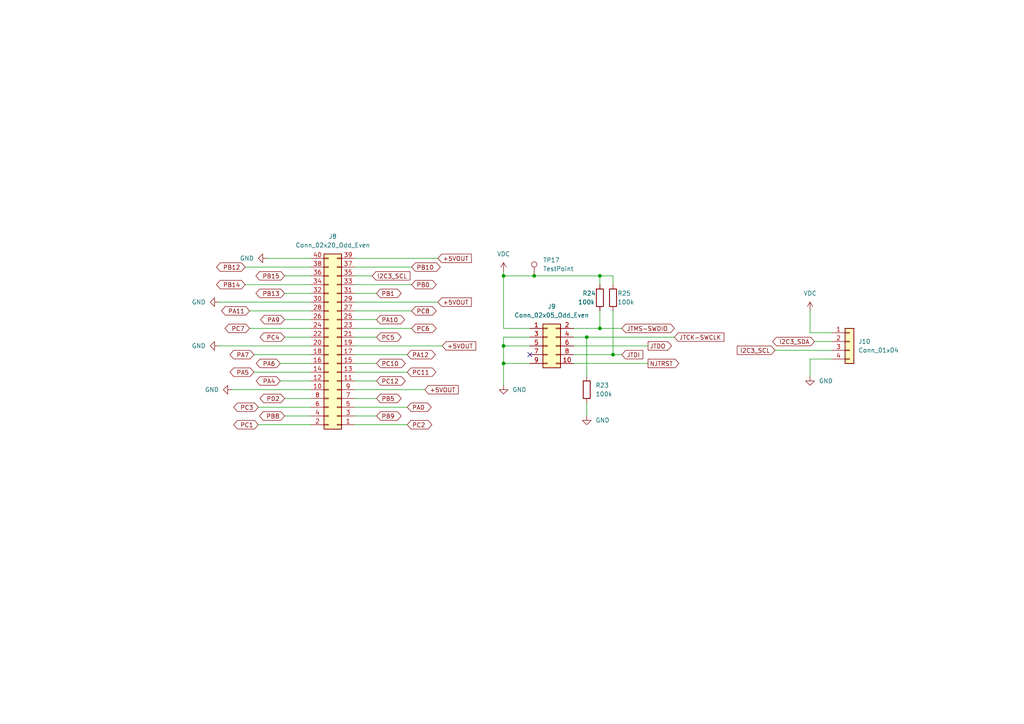
<source format=kicad_sch>
(kicad_sch (version 20211123) (generator eeschema)
  (paper "A4")
  (lib_symbols
    (symbol "Connector:TestPoint" (pin_numbers hide) (pin_names (offset 0.762) hide)
      (property "Reference" "TP" (at 0 6.858 0))
      (property "Value" "TestPoint" (at 0 5.08 0))
      (symbol "TestPoint_0_1"
        (circle (center 0 3.302) (radius 0.762))
      )
      (symbol "TestPoint_1_1"
        (pin passive line (at 0 0 90) (length 2.54) (name "1") (number "1"))
      )
    )
    (symbol "Connector_Generic:Conn_01x04" (pin_names (offset 1.016) hide)
      (property "Reference" "J" (at 0 5.08 0))
      (property "Value" "Conn_01x04" (at 0 -7.62 0))
      (symbol "Conn_01x04_1_1"
        (rectangle (start -1.27 -4.953) (end 0 -5.207) (stroke (width 0.1524)))
        (rectangle (start -1.27 -2.413) (end 0 -2.667) (stroke (width 0.1524)))
        (rectangle (start -1.27 0.127) (end 0 -0.127) (stroke (width 0.1524)))
        (rectangle (start -1.27 2.667) (end 0 2.413) (stroke (width 0.1524)))
        (rectangle (start -1.27 3.81) (end 1.27 -6.35) (stroke (width 0.254)) (fill (type background)))
        (pin passive line (at -5.08 2.54 0) (length 3.81) (name "Pin_1") (number "1"))
        (pin passive line (at -5.08 0 0) (length 3.81) (name "Pin_2") (number "2"))
        (pin passive line (at -5.08 -2.54 0) (length 3.81) (name "Pin_3") (number "3"))
        (pin passive line (at -5.08 -5.08 0) (length 3.81) (name "Pin_4") (number "4"))
      )
    )
    (symbol "Connector_Generic:Conn_02x05_Odd_Even" (pin_names (offset 1.016) hide)
      (property "Reference" "J" (at 1.27 7.62 0))
      (property "Value" "Conn_02x05_Odd_Even" (at 1.27 -7.62 0))
      (symbol "Conn_02x05_Odd_Even_1_1"
        (rectangle (start -1.27 -4.953) (end 0 -5.207) (stroke (width 0.1524)))
        (rectangle (start -1.27 -2.413) (end 0 -2.667) (stroke (width 0.1524)))
        (rectangle (start -1.27 0.127) (end 0 -0.127) (stroke (width 0.1524)))
        (rectangle (start -1.27 2.667) (end 0 2.413) (stroke (width 0.1524)))
        (rectangle (start -1.27 5.207) (end 0 4.953) (stroke (width 0.1524)))
        (rectangle (start -1.27 6.35) (end 3.81 -6.35) (stroke (width 0.254)) (fill (type background)))
        (rectangle (start 3.81 -4.953) (end 2.54 -5.207) (stroke (width 0.1524)))
        (rectangle (start 3.81 -2.413) (end 2.54 -2.667) (stroke (width 0.1524)))
        (rectangle (start 3.81 0.127) (end 2.54 -0.127) (stroke (width 0.1524)))
        (rectangle (start 3.81 2.667) (end 2.54 2.413) (stroke (width 0.1524)))
        (rectangle (start 3.81 5.207) (end 2.54 4.953) (stroke (width 0.1524)))
        (pin passive line (at -5.08 5.08 0) (length 3.81) (name "Pin_1") (number "1"))
        (pin passive line (at 7.62 -5.08 180) (length 3.81) (name "Pin_10") (number "10"))
        (pin passive line (at 7.62 5.08 180) (length 3.81) (name "Pin_2") (number "2"))
        (pin passive line (at -5.08 2.54 0) (length 3.81) (name "Pin_3") (number "3"))
        (pin passive line (at 7.62 2.54 180) (length 3.81) (name "Pin_4") (number "4"))
        (pin passive line (at -5.08 0 0) (length 3.81) (name "Pin_5") (number "5"))
        (pin passive line (at 7.62 0 180) (length 3.81) (name "Pin_6") (number "6"))
        (pin passive line (at -5.08 -2.54 0) (length 3.81) (name "Pin_7") (number "7"))
        (pin passive line (at 7.62 -2.54 180) (length 3.81) (name "Pin_8") (number "8"))
        (pin passive line (at -5.08 -5.08 0) (length 3.81) (name "Pin_9") (number "9"))
      )
    )
    (symbol "Connector_Generic:Conn_02x20_Odd_Even" (pin_names (offset 1.016) hide)
      (property "Reference" "J" (at 1.27 25.4 0))
      (property "Value" "Conn_02x20_Odd_Even" (at 1.27 -27.94 0))
      (symbol "Conn_02x20_Odd_Even_1_1"
        (rectangle (start -1.27 -25.273) (end 0 -25.527) (stroke (width 0.1524)))
        (rectangle (start -1.27 -22.733) (end 0 -22.987) (stroke (width 0.1524)))
        (rectangle (start -1.27 -20.193) (end 0 -20.447) (stroke (width 0.1524)))
        (rectangle (start -1.27 -17.653) (end 0 -17.907) (stroke (width 0.1524)))
        (rectangle (start -1.27 -15.113) (end 0 -15.367) (stroke (width 0.1524)))
        (rectangle (start -1.27 -12.573) (end 0 -12.827) (stroke (width 0.1524)))
        (rectangle (start -1.27 -10.033) (end 0 -10.287) (stroke (width 0.1524)))
        (rectangle (start -1.27 -7.493) (end 0 -7.747) (stroke (width 0.1524)))
        (rectangle (start -1.27 -4.953) (end 0 -5.207) (stroke (width 0.1524)))
        (rectangle (start -1.27 -2.413) (end 0 -2.667) (stroke (width 0.1524)))
        (rectangle (start -1.27 0.127) (end 0 -0.127) (stroke (width 0.1524)))
        (rectangle (start -1.27 2.667) (end 0 2.413) (stroke (width 0.1524)))
        (rectangle (start -1.27 5.207) (end 0 4.953) (stroke (width 0.1524)))
        (rectangle (start -1.27 7.747) (end 0 7.493) (stroke (width 0.1524)))
        (rectangle (start -1.27 10.287) (end 0 10.033) (stroke (width 0.1524)))
        (rectangle (start -1.27 12.827) (end 0 12.573) (stroke (width 0.1524)))
        (rectangle (start -1.27 15.367) (end 0 15.113) (stroke (width 0.1524)))
        (rectangle (start -1.27 17.907) (end 0 17.653) (stroke (width 0.1524)))
        (rectangle (start -1.27 20.447) (end 0 20.193) (stroke (width 0.1524)))
        (rectangle (start -1.27 22.987) (end 0 22.733) (stroke (width 0.1524)))
        (rectangle (start -1.27 24.13) (end 3.81 -26.67) (stroke (width 0.254)) (fill (type background)))
        (rectangle (start 3.81 -25.273) (end 2.54 -25.527) (stroke (width 0.1524)))
        (rectangle (start 3.81 -22.733) (end 2.54 -22.987) (stroke (width 0.1524)))
        (rectangle (start 3.81 -20.193) (end 2.54 -20.447) (stroke (width 0.1524)))
        (rectangle (start 3.81 -17.653) (end 2.54 -17.907) (stroke (width 0.1524)))
        (rectangle (start 3.81 -15.113) (end 2.54 -15.367) (stroke (width 0.1524)))
        (rectangle (start 3.81 -12.573) (end 2.54 -12.827) (stroke (width 0.1524)))
        (rectangle (start 3.81 -10.033) (end 2.54 -10.287) (stroke (width 0.1524)))
        (rectangle (start 3.81 -7.493) (end 2.54 -7.747) (stroke (width 0.1524)))
        (rectangle (start 3.81 -4.953) (end 2.54 -5.207) (stroke (width 0.1524)))
        (rectangle (start 3.81 -2.413) (end 2.54 -2.667) (stroke (width 0.1524)))
        (rectangle (start 3.81 0.127) (end 2.54 -0.127) (stroke (width 0.1524)))
        (rectangle (start 3.81 2.667) (end 2.54 2.413) (stroke (width 0.1524)))
        (rectangle (start 3.81 5.207) (end 2.54 4.953) (stroke (width 0.1524)))
        (rectangle (start 3.81 7.747) (end 2.54 7.493) (stroke (width 0.1524)))
        (rectangle (start 3.81 10.287) (end 2.54 10.033) (stroke (width 0.1524)))
        (rectangle (start 3.81 12.827) (end 2.54 12.573) (stroke (width 0.1524)))
        (rectangle (start 3.81 15.367) (end 2.54 15.113) (stroke (width 0.1524)))
        (rectangle (start 3.81 17.907) (end 2.54 17.653) (stroke (width 0.1524)))
        (rectangle (start 3.81 20.447) (end 2.54 20.193) (stroke (width 0.1524)))
        (rectangle (start 3.81 22.987) (end 2.54 22.733) (stroke (width 0.1524)))
        (pin passive line (at -5.08 22.86 0) (length 3.81) (name "Pin_1") (number "1"))
        (pin passive line (at 7.62 12.7 180) (length 3.81) (name "Pin_10") (number "10"))
        (pin passive line (at -5.08 10.16 0) (length 3.81) (name "Pin_11") (number "11"))
        (pin passive line (at 7.62 10.16 180) (length 3.81) (name "Pin_12") (number "12"))
        (pin passive line (at -5.08 7.62 0) (length 3.81) (name "Pin_13") (number "13"))
        (pin passive line (at 7.62 7.62 180) (length 3.81) (name "Pin_14") (number "14"))
        (pin passive line (at -5.08 5.08 0) (length 3.81) (name "Pin_15") (number "15"))
        (pin passive line (at 7.62 5.08 180) (length 3.81) (name "Pin_16") (number "16"))
        (pin passive line (at -5.08 2.54 0) (length 3.81) (name "Pin_17") (number "17"))
        (pin passive line (at 7.62 2.54 180) (length 3.81) (name "Pin_18") (number "18"))
        (pin passive line (at -5.08 0 0) (length 3.81) (name "Pin_19") (number "19"))
        (pin passive line (at 7.62 22.86 180) (length 3.81) (name "Pin_2") (number "2"))
        (pin passive line (at 7.62 0 180) (length 3.81) (name "Pin_20") (number "20"))
        (pin passive line (at -5.08 -2.54 0) (length 3.81) (name "Pin_21") (number "21"))
        (pin passive line (at 7.62 -2.54 180) (length 3.81) (name "Pin_22") (number "22"))
        (pin passive line (at -5.08 -5.08 0) (length 3.81) (name "Pin_23") (number "23"))
        (pin passive line (at 7.62 -5.08 180) (length 3.81) (name "Pin_24") (number "24"))
        (pin passive line (at -5.08 -7.62 0) (length 3.81) (name "Pin_25") (number "25"))
        (pin passive line (at 7.62 -7.62 180) (length 3.81) (name "Pin_26") (number "26"))
        (pin passive line (at -5.08 -10.16 0) (length 3.81) (name "Pin_27") (number "27"))
        (pin passive line (at 7.62 -10.16 180) (length 3.81) (name "Pin_28") (number "28"))
        (pin passive line (at -5.08 -12.7 0) (length 3.81) (name "Pin_29") (number "29"))
        (pin passive line (at -5.08 20.32 0) (length 3.81) (name "Pin_3") (number "3"))
        (pin passive line (at 7.62 -12.7 180) (length 3.81) (name "Pin_30") (number "30"))
        (pin passive line (at -5.08 -15.24 0) (length 3.81) (name "Pin_31") (number "31"))
        (pin passive line (at 7.62 -15.24 180) (length 3.81) (name "Pin_32") (number "32"))
        (pin passive line (at -5.08 -17.78 0) (length 3.81) (name "Pin_33") (number "33"))
        (pin passive line (at 7.62 -17.78 180) (length 3.81) (name "Pin_34") (number "34"))
        (pin passive line (at -5.08 -20.32 0) (length 3.81) (name "Pin_35") (number "35"))
        (pin passive line (at 7.62 -20.32 180) (length 3.81) (name "Pin_36") (number "36"))
        (pin passive line (at -5.08 -22.86 0) (length 3.81) (name "Pin_37") (number "37"))
        (pin passive line (at 7.62 -22.86 180) (length 3.81) (name "Pin_38") (number "38"))
        (pin passive line (at -5.08 -25.4 0) (length 3.81) (name "Pin_39") (number "39"))
        (pin passive line (at 7.62 20.32 180) (length 3.81) (name "Pin_4") (number "4"))
        (pin passive line (at 7.62 -25.4 180) (length 3.81) (name "Pin_40") (number "40"))
        (pin passive line (at -5.08 17.78 0) (length 3.81) (name "Pin_5") (number "5"))
        (pin passive line (at 7.62 17.78 180) (length 3.81) (name "Pin_6") (number "6"))
        (pin passive line (at -5.08 15.24 0) (length 3.81) (name "Pin_7") (number "7"))
        (pin passive line (at 7.62 15.24 180) (length 3.81) (name "Pin_8") (number "8"))
        (pin passive line (at -5.08 12.7 0) (length 3.81) (name "Pin_9") (number "9"))
      )
    )
    (symbol "Device:R" (pin_numbers hide) (pin_names (offset 0))
      (property "Reference" "R" (at 2.032 0 90))
      (property "Value" "R" (at 0 0 90))
      (symbol "R_0_1"
        (rectangle (start -1.016 -2.54) (end 1.016 2.54) (stroke (width 0.254)))
      )
      (symbol "R_1_1"
        (pin passive line (at 0 3.81 270) (length 1.27) (name "~") (number "1"))
        (pin passive line (at 0 -3.81 90) (length 1.27) (name "~") (number "2"))
      )
    )
    (symbol "power:GND" (power) (pin_names (offset 0))
      (property "Value" "GND" (at 0 -3.81 0))
      (symbol "GND_0_1"
        (polyline (pts (xy 0 0) (xy 0 -1.27) (xy 1.27 -1.27) (xy 0 -2.54) (xy -1.27 -1.27) (xy 0 -1.27)))
      )
      (symbol "GND_1_1"
        (pin power_in line (at 0 0 270) (length 0) hide (name "GND") (number "1"))
      )
    )
    (symbol "power:VDC" (power) (pin_names (offset 0))
      (property "Value" "VDC" (at 0 6.35 0))
      (symbol "VDC_0_1"
        (polyline (pts (xy -0.762 1.27) (xy 0 2.54)))
        (polyline (pts (xy 0 0) (xy 0 2.54)))
        (polyline (pts (xy 0 2.54) (xy 0.762 1.27)))
      )
      (symbol "VDC_1_1"
        (pin power_in line (at 0 0 90) (length 0) hide (name "VDC") (number "1"))
      )
    )
  )
  (junction (at 146.05 105.41))
  (junction (at 170.18 97.79))
  (junction (at 177.8 102.87))
  (junction (at 146.05 100.33))
  (junction (at 173.99 80.01))
  (junction (at 173.99 95.25))
  (junction (at 146.05 80.01))
  (junction (at 154.94 80.01))
  (no_connect (at 153.67 102.87))
  (wire (pts (xy 146.05 78.74) (xy 146.05 80.01)))
  (wire (pts (xy 102.87 85.09) (xy 109.22 85.09)))
  (wire (pts (xy 241.3 104.14) (xy 234.95 104.14)))
  (wire (pts (xy 102.87 77.47) (xy 119.38 77.47)))
  (wire (pts (xy 102.87 74.93) (xy 127 74.93)))
  (wire (pts (xy 74.93 123.19) (xy 90.17 123.19)))
  (wire (pts (xy 82.55 80.01) (xy 90.17 80.01)))
  (wire (pts (xy 177.8 102.87) (xy 180.34 102.87)))
  (wire (pts (xy 166.37 105.41) (xy 187.96 105.41)))
  (wire (pts (xy 102.87 97.79) (xy 109.22 97.79)))
  (wire (pts (xy 102.87 118.11) (xy 118.11 118.11)))
  (wire (pts (xy 236.22 99.06) (xy 241.3 99.06)))
  (wire (pts (xy 146.05 105.41) (xy 153.67 105.41)))
  (wire (pts (xy 102.87 80.01) (xy 107.95 80.01)))
  (wire (pts (xy 166.37 100.33) (xy 187.96 100.33)))
  (wire (pts (xy 82.55 92.71) (xy 90.17 92.71)))
  (wire (pts (xy 241.3 96.52) (xy 234.95 96.52)))
  (wire (pts (xy 82.55 115.57) (xy 90.17 115.57)))
  (wire (pts (xy 102.87 92.71) (xy 109.22 92.71)))
  (wire (pts (xy 71.12 82.55) (xy 90.17 82.55)))
  (wire (pts (xy 82.55 85.09) (xy 90.17 85.09)))
  (wire (pts (xy 170.18 97.79) (xy 195.58 97.79)))
  (wire (pts (xy 82.55 120.65) (xy 90.17 120.65)))
  (wire (pts (xy 72.39 95.25) (xy 90.17 95.25)))
  (wire (pts (xy 63.5 100.33) (xy 90.17 100.33)))
  (wire (pts (xy 102.87 107.95) (xy 118.11 107.95)))
  (wire (pts (xy 102.87 82.55) (xy 119.38 82.55)))
  (wire (pts (xy 82.55 97.79) (xy 90.17 97.79)))
  (wire (pts (xy 102.87 95.25) (xy 119.38 95.25)))
  (wire (pts (xy 102.87 100.33) (xy 128.27 100.33)))
  (wire (pts (xy 102.87 115.57) (xy 109.22 115.57)))
  (wire (pts (xy 81.28 110.49) (xy 90.17 110.49)))
  (wire (pts (xy 102.87 123.19) (xy 118.11 123.19)))
  (wire (pts (xy 170.18 116.84) (xy 170.18 120.65)))
  (wire (pts (xy 102.87 90.17) (xy 119.38 90.17)))
  (wire (pts (xy 153.67 97.79) (xy 146.05 97.79)))
  (wire (pts (xy 73.66 107.95) (xy 90.17 107.95)))
  (wire (pts (xy 102.87 87.63) (xy 127 87.63)))
  (wire (pts (xy 234.95 104.14) (xy 234.95 109.22)))
  (wire (pts (xy 173.99 80.01) (xy 154.94 80.01)))
  (wire (pts (xy 102.87 110.49) (xy 109.22 110.49)))
  (wire (pts (xy 102.87 105.41) (xy 109.22 105.41)))
  (wire (pts (xy 166.37 95.25) (xy 173.99 95.25)))
  (wire (pts (xy 170.18 97.79) (xy 170.18 109.22)))
  (wire (pts (xy 146.05 100.33) (xy 153.67 100.33)))
  (wire (pts (xy 146.05 97.79) (xy 146.05 100.33)))
  (wire (pts (xy 74.93 118.11) (xy 90.17 118.11)))
  (wire (pts (xy 102.87 102.87) (xy 118.11 102.87)))
  (wire (pts (xy 173.99 82.55) (xy 173.99 80.01)))
  (wire (pts (xy 77.47 74.93) (xy 90.17 74.93)))
  (wire (pts (xy 67.31 113.03) (xy 90.17 113.03)))
  (wire (pts (xy 166.37 97.79) (xy 170.18 97.79)))
  (wire (pts (xy 173.99 90.17) (xy 173.99 95.25)))
  (wire (pts (xy 102.87 113.03) (xy 123.19 113.03)))
  (wire (pts (xy 146.05 105.41) (xy 146.05 111.76)))
  (wire (pts (xy 166.37 102.87) (xy 177.8 102.87)))
  (wire (pts (xy 102.87 120.65) (xy 109.22 120.65)))
  (wire (pts (xy 71.12 77.47) (xy 90.17 77.47)))
  (wire (pts (xy 63.5 87.63) (xy 90.17 87.63)))
  (wire (pts (xy 146.05 80.01) (xy 146.05 95.25)))
  (wire (pts (xy 73.66 102.87) (xy 90.17 102.87)))
  (wire (pts (xy 173.99 95.25) (xy 180.34 95.25)))
  (wire (pts (xy 154.94 80.01) (xy 146.05 80.01)))
  (wire (pts (xy 72.39 90.17) (xy 90.17 90.17)))
  (wire (pts (xy 146.05 100.33) (xy 146.05 105.41)))
  (wire (pts (xy 146.05 95.25) (xy 153.67 95.25)))
  (wire (pts (xy 224.79 101.6) (xy 241.3 101.6)))
  (wire (pts (xy 81.28 105.41) (xy 90.17 105.41)))
  (wire (pts (xy 177.8 90.17) (xy 177.8 102.87)))
  (wire (pts (xy 177.8 80.01) (xy 173.99 80.01)))
  (wire (pts (xy 177.8 82.55) (xy 177.8 80.01)))
  (wire (pts (xy 234.95 96.52) (xy 234.95 90.17)))
  (global_label "PA5" (shape bidirectional) (at 73.66 107.95 180) (effects (font (size 1.2446 1.2446))) (property "Intersheet References" "${INTERSHEET_REFS}" (effects hide)))
  (global_label "JTDI" (shape input) (at 180.34 102.87 0) (effects (font (size 1.2446 1.2446))) (property "Intersheet References" "${INTERSHEET_REFS}" (effects hide)))
  (global_label "PB9" (shape bidirectional) (at 109.22 120.65 0) (effects (font (size 1.2446 1.2446))) (property "Intersheet References" "${INTERSHEET_REFS}" (effects hide)))
  (global_label "PC11" (shape bidirectional) (at 118.11 107.95 0) (effects (font (size 1.2446 1.2446))) (property "Intersheet References" "${INTERSHEET_REFS}" (effects hide)))
  (global_label "+5VOUT" (shape input) (at 127 74.93 0) (effects (font (size 1.2446 1.2446))) (property "Intersheet References" "${INTERSHEET_REFS}" (effects hide)))
  (global_label "PC5" (shape bidirectional) (at 109.22 97.79 0) (effects (font (size 1.2446 1.2446))) (property "Intersheet References" "${INTERSHEET_REFS}" (effects hide)))
  (global_label "PA11" (shape bidirectional) (at 72.39 90.17 180) (effects (font (size 1.2446 1.2446))) (property "Intersheet References" "${INTERSHEET_REFS}" (effects hide)))
  (global_label "PB8" (shape bidirectional) (at 82.55 120.65 180) (property "Intersheet References" "${INTERSHEET_REFS}" (effects hide)))
  (global_label "I2C3_SDA" (shape bidirectional) (at 236.22 99.06 180) (effects (font (size 1.2446 1.2446))) (property "Intersheet References" "${INTERSHEET_REFS}" (effects hide)))
  (global_label "PB5" (shape bidirectional) (at 109.22 115.57 0) (effects (font (size 1.2446 1.2446))) (property "Intersheet References" "${INTERSHEET_REFS}" (effects hide)))
  (global_label "PB1" (shape bidirectional) (at 109.22 85.09 0) (effects (font (size 1.2446 1.2446))) (property "Intersheet References" "${INTERSHEET_REFS}" (effects hide)))
  (global_label "JTMS-SWDIO" (shape bidirectional) (at 180.34 95.25 0) (effects (font (size 1.2446 1.2446))) (property "Intersheet References" "${INTERSHEET_REFS}" (effects hide)))
  (global_label "PA12" (shape bidirectional) (at 118.11 102.87 0) (effects (font (size 1.2446 1.2446))) (property "Intersheet References" "${INTERSHEET_REFS}" (effects hide)))
  (global_label "PC6" (shape bidirectional) (at 119.38 95.25 0) (effects (font (size 1.2446 1.2446))) (property "Intersheet References" "${INTERSHEET_REFS}" (effects hide)))
  (global_label "PC2" (shape bidirectional) (at 118.11 123.19 0) (effects (font (size 1.2446 1.2446))) (property "Intersheet References" "${INTERSHEET_REFS}" (effects hide)))
  (global_label "PA4" (shape bidirectional) (at 81.28 110.49 180) (effects (font (size 1.2446 1.2446))) (property "Intersheet References" "${INTERSHEET_REFS}" (effects hide)))
  (global_label "PD2" (shape bidirectional) (at 82.55 115.57 180) (effects (font (size 1.2446 1.2446))) (property "Intersheet References" "${INTERSHEET_REFS}" (effects hide)))
  (global_label "JTCK-SWCLK" (shape input) (at 195.58 97.79 0) (effects (font (size 1.2446 1.2446))) (property "Intersheet References" "${INTERSHEET_REFS}" (effects hide)))
  (global_label "PB10" (shape bidirectional) (at 119.38 77.47 0) (effects (font (size 1.2446 1.2446))) (property "Intersheet References" "${INTERSHEET_REFS}" (effects hide)))
  (global_label "PA0" (shape bidirectional) (at 118.11 118.11 0) (effects (font (size 1.2446 1.2446))) (property "Intersheet References" "${INTERSHEET_REFS}" (effects hide)))
  (global_label "NJTRST" (shape output) (at 187.96 105.41 0) (effects (font (size 1.2446 1.2446))) (property "Intersheet References" "${INTERSHEET_REFS}" (effects hide)))
  (global_label "PC8" (shape bidirectional) (at 119.38 90.17 0) (effects (font (size 1.2446 1.2446))) (property "Intersheet References" "${INTERSHEET_REFS}" (effects hide)))
  (global_label "PB14" (shape bidirectional) (at 71.12 82.55 180) (effects (font (size 1.2446 1.2446))) (property "Intersheet References" "${INTERSHEET_REFS}" (effects hide)))
  (global_label "PC10" (shape bidirectional) (at 109.22 105.41 0) (effects (font (size 1.2446 1.2446))) (property "Intersheet References" "${INTERSHEET_REFS}" (effects hide)))
  (global_label "PC12" (shape bidirectional) (at 109.22 110.49 0) (effects (font (size 1.2446 1.2446))) (property "Intersheet References" "${INTERSHEET_REFS}" (effects hide)))
  (global_label "PB15" (shape bidirectional) (at 82.55 80.01 180) (effects (font (size 1.2446 1.2446))) (property "Intersheet References" "${INTERSHEET_REFS}" (effects hide)))
  (global_label "PA6" (shape bidirectional) (at 81.28 105.41 180) (effects (font (size 1.2446 1.2446))) (property "Intersheet References" "${INTERSHEET_REFS}" (effects hide)))
  (global_label "PC7" (shape bidirectional) (at 72.39 95.25 180) (effects (font (size 1.2446 1.2446))) (property "Intersheet References" "${INTERSHEET_REFS}" (effects hide)))
  (global_label "PC3" (shape bidirectional) (at 74.93 118.11 180) (effects (font (size 1.2446 1.2446))) (property "Intersheet References" "${INTERSHEET_REFS}" (effects hide)))
  (global_label "PC4" (shape bidirectional) (at 82.55 97.79 180) (effects (font (size 1.2446 1.2446))) (property "Intersheet References" "${INTERSHEET_REFS}" (effects hide)))
  (global_label "+5VOUT" (shape input) (at 127 87.63 0) (effects (font (size 1.2446 1.2446))) (property "Intersheet References" "${INTERSHEET_REFS}" (effects hide)))
  (global_label "PA9" (shape bidirectional) (at 82.55 92.71 180) (effects (font (size 1.2446 1.2446))) (property "Intersheet References" "${INTERSHEET_REFS}" (effects hide)))
  (global_label "+5VOUT" (shape input) (at 123.19 113.03 0) (effects (font (size 1.2446 1.2446))) (property "Intersheet References" "${INTERSHEET_REFS}" (effects hide)))
  (global_label "PA10" (shape bidirectional) (at 109.22 92.71 0) (effects (font (size 1.2446 1.2446))) (property "Intersheet References" "${INTERSHEET_REFS}" (effects hide)))
  (global_label "I2C3_SCL" (shape input) (at 224.79 101.6 180) (effects (font (size 1.2446 1.2446))) (property "Intersheet References" "${INTERSHEET_REFS}" (effects hide)))
  (global_label "PB0" (shape bidirectional) (at 119.38 82.55 0) (effects (font (size 1.2446 1.2446))) (property "Intersheet References" "${INTERSHEET_REFS}" (effects hide)))
  (global_label "PB12" (shape bidirectional) (at 71.12 77.47 180) (effects (font (size 1.2446 1.2446))) (property "Intersheet References" "${INTERSHEET_REFS}" (effects hide)))
  (global_label "+5VOUT" (shape input) (at 128.27 100.33 0) (effects (font (size 1.2446 1.2446))) (property "Intersheet References" "${INTERSHEET_REFS}" (effects hide)))
  (global_label "JTDO" (shape output) (at 187.96 100.33 0) (effects (font (size 1.2446 1.2446))) (property "Intersheet References" "${INTERSHEET_REFS}" (effects hide)))
  (global_label "I2C3_SCL" (shape input) (at 107.95 80.01 0) (effects (font (size 1.2446 1.2446))) (property "Intersheet References" "${INTERSHEET_REFS}" (effects hide)))
  (global_label "PA7" (shape bidirectional) (at 73.66 102.87 180) (effects (font (size 1.2446 1.2446))) (property "Intersheet References" "${INTERSHEET_REFS}" (effects hide)))
  (global_label "PB13" (shape bidirectional) (at 82.55 85.09 180) (effects (font (size 1.2446 1.2446))) (property "Intersheet References" "${INTERSHEET_REFS}" (effects hide)))
  (global_label "PC1" (shape bidirectional) (at 74.93 123.19 180) (effects (font (size 1.2446 1.2446))) (property "Intersheet References" "${INTERSHEET_REFS}" (effects hide)))
  (symbol (lib_id "Connector_Generic:Conn_02x20_Odd_Even") (at 97.79 100.33 180) (unit 1)
    (property "Reference" "J8" (at 96.52 68.58 0))
    (property "Value" "Conn_02x20_Odd_Even" (at 96.52 71.12 0))
    (property "Footprint" "Connector_PinSocket_2.54mm:PinSocket_2x20_P2.54mm_Horizontal" (effects hide))
  )
  (symbol (lib_id "Device:R") (at 177.8 86.36 180) (unit 1)
    (property "Reference" "R25" (at 179.07 85.09 0) (effects (justify right)))
    (property "Value" "100k" (at 179.07 87.63 0) (effects (justify right)))
    (property "Footprint" "Resistor_SMD:R_0805_2012Metric" (effects hide))
  )
  (symbol (lib_id "power:GND") (at 63.5 87.63 270) (unit 1)
    (property "Reference" "#PWR045" (effects hide))
    (property "Value" "GND" (at 59.69 87.6299 90) (effects (justify right)))
  )
  (symbol (lib_id "power:GND") (at 63.5 100.33 270) (unit 1)
    (property "Reference" "#PWR046" (effects hide))
    (property "Value" "GND" (at 59.69 100.3299 90) (effects (justify right)))
  )
  (symbol (lib_id "power:GND") (at 146.05 111.76 0) (unit 1)
    (property "Reference" "#PWR049" (effects hide))
    (property "Value" "GND" (at 148.59 113.0299 0) (effects (justify left)))
  )
  (symbol (lib_id "power:GND") (at 234.95 109.22 0) (unit 1)
    (property "Reference" "#PWR052" (effects hide))
    (property "Value" "GND" (at 237.49 110.4899 0) (effects (justify left)))
  )
  (symbol (lib_id "Device:R") (at 170.18 113.03 180) (unit 1)
    (property "Reference" "R23" (at 172.72 111.7599 0) (effects (justify right)))
    (property "Value" "100k" (at 172.72 114.2999 0) (effects (justify right)))
    (property "Footprint" "Resistor_SMD:R_0805_2012Metric" (effects hide))
  )
  (symbol (lib_id "power:VDC") (at 234.95 90.17 0) (unit 1)
    (property "Reference" "#PWR051" (effects hide))
    (property "Value" "VDC" (at 234.95 85.09 0))
  )
  (symbol (lib_id "power:GND") (at 67.31 113.03 270) (unit 1)
    (property "Reference" "#PWR047" (effects hide))
    (property "Value" "GND" (at 63.5 113.0299 90) (effects (justify right)))
  )
  (symbol (lib_id "Connector:TestPoint") (at 154.94 80.01 0) (unit 1)
    (property "Reference" "TP17" (at 157.48 75.4379 0) (effects (justify left)))
    (property "Value" "TestPoint" (at 157.48 77.9779 0) (effects (justify left)))
    (property "Footprint" "TestPoint:TestPoint_Pad_D1.0mm" (effects hide))
  )
  (symbol (lib_id "Connector_Generic:Conn_01x04") (at 246.38 99.06 0) (unit 1)
    (property "Reference" "J10" (at 248.92 99.0599 0) (effects (justify left)))
    (property "Value" "Conn_01x04" (at 248.92 101.5999 0) (effects (justify left)))
    (property "Footprint" "Connector_PinHeader_2.54mm:PinHeader_1x04_P2.54mm_Vertical" (effects hide))
  )
  (symbol (lib_id "power:VDC") (at 146.05 78.74 0) (unit 1)
    (property "Reference" "#PWR048" (effects hide))
    (property "Value" "VDC" (at 146.05 73.66 0))
  )
  (symbol (lib_id "Connector_Generic:Conn_02x05_Odd_Even") (at 158.75 100.33 0) (unit 1)
    (property "Reference" "J9" (at 160.02 88.9 0))
    (property "Value" "Conn_02x05_Odd_Even" (at 160.02 91.44 0))
    (property "Footprint" "Connector_PinHeader_2.54mm:PinHeader_2x05_P2.54mm_Vertical" (effects hide))
  )
  (symbol (lib_id "Device:R") (at 173.99 86.36 180) (unit 1)
    (property "Reference" "R24" (at 168.91 85.09 0) (effects (justify right)))
    (property "Value" "100k" (at 167.64 87.63 0) (effects (justify right)))
    (property "Footprint" "Resistor_SMD:R_0805_2012Metric" (effects hide))
  )
  (symbol (lib_id "power:GND") (at 77.47 74.93 270) (unit 1)
    (property "Reference" "#PWR044" (effects hide))
    (property "Value" "GND" (at 73.66 74.9299 90) (effects (justify right)))
  )
  (symbol (lib_id "power:GND") (at 170.18 120.65 0) (unit 1)
    (property "Reference" "#PWR050" (effects hide))
    (property "Value" "GND" (at 172.72 121.9199 0) (effects (justify left)))
  )
)
</source>
